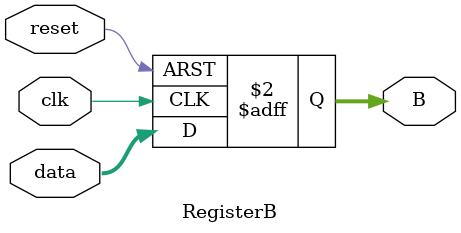
<source format=v>

module RegisterB (
    input wire clk,
    input wire reset,
    input wire [31:0] data,
    output reg [31:0] B
);

always @(posedge clk or posedge reset) begin
    if (reset) begin
        B <= 32'h0;
    end else begin
        B <= data;
    end
end

endmodule

</source>
